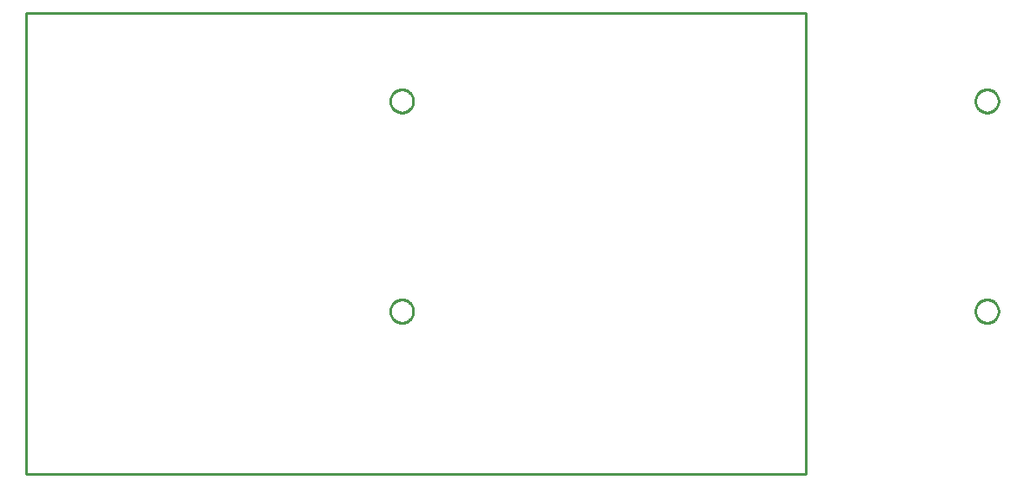
<source format=gbr>
G04 EAGLE Gerber RS-274X export*
G75*
%MOMM*%
%FSLAX34Y34*%
%LPD*%
%IN*%
%IPPOS*%
%AMOC8*
5,1,8,0,0,1.08239X$1,22.5*%
G01*
%ADD10C,0.254000*%


D10*
X51210Y73660D02*
X811210Y73660D01*
X811270Y523730D01*
X51270Y523730D01*
X51210Y73660D01*
X976250Y437942D02*
X976319Y438823D01*
X976458Y439696D01*
X976664Y440556D01*
X976937Y441397D01*
X977276Y442214D01*
X977677Y443001D01*
X978139Y443755D01*
X978658Y444470D01*
X979233Y445142D01*
X979858Y445768D01*
X980530Y446342D01*
X981245Y446861D01*
X981999Y447323D01*
X982786Y447725D01*
X983603Y448063D01*
X984444Y448336D01*
X985304Y448542D01*
X986177Y448681D01*
X987058Y448750D01*
X987942Y448750D01*
X988823Y448681D01*
X989696Y448542D01*
X990556Y448336D01*
X991397Y448063D01*
X992214Y447725D01*
X993001Y447323D01*
X993755Y446861D01*
X994470Y446342D01*
X995142Y445768D01*
X995768Y445142D01*
X996342Y444470D01*
X996861Y443755D01*
X997323Y443001D01*
X997725Y442214D01*
X998063Y441397D01*
X998336Y440556D01*
X998542Y439696D01*
X998681Y438823D01*
X998750Y437942D01*
X998750Y437058D01*
X998681Y436177D01*
X998542Y435304D01*
X998336Y434444D01*
X998063Y433603D01*
X997725Y432786D01*
X997323Y431999D01*
X996861Y431245D01*
X996342Y430530D01*
X995768Y429858D01*
X995142Y429233D01*
X994470Y428658D01*
X993755Y428139D01*
X993001Y427677D01*
X992214Y427276D01*
X991397Y426937D01*
X990556Y426664D01*
X989696Y426458D01*
X988823Y426319D01*
X987942Y426250D01*
X987058Y426250D01*
X986177Y426319D01*
X985304Y426458D01*
X984444Y426664D01*
X983603Y426937D01*
X982786Y427276D01*
X981999Y427677D01*
X981245Y428139D01*
X980530Y428658D01*
X979858Y429233D01*
X979233Y429858D01*
X978658Y430530D01*
X978139Y431245D01*
X977677Y431999D01*
X977276Y432786D01*
X976937Y433603D01*
X976664Y434444D01*
X976458Y435304D01*
X976319Y436177D01*
X976250Y437058D01*
X976250Y437942D01*
X976250Y232942D02*
X976319Y233823D01*
X976458Y234696D01*
X976664Y235556D01*
X976937Y236397D01*
X977276Y237214D01*
X977677Y238001D01*
X978139Y238755D01*
X978658Y239470D01*
X979233Y240142D01*
X979858Y240768D01*
X980530Y241342D01*
X981245Y241861D01*
X981999Y242323D01*
X982786Y242725D01*
X983603Y243063D01*
X984444Y243336D01*
X985304Y243542D01*
X986177Y243681D01*
X987058Y243750D01*
X987942Y243750D01*
X988823Y243681D01*
X989696Y243542D01*
X990556Y243336D01*
X991397Y243063D01*
X992214Y242725D01*
X993001Y242323D01*
X993755Y241861D01*
X994470Y241342D01*
X995142Y240768D01*
X995768Y240142D01*
X996342Y239470D01*
X996861Y238755D01*
X997323Y238001D01*
X997725Y237214D01*
X998063Y236397D01*
X998336Y235556D01*
X998542Y234696D01*
X998681Y233823D01*
X998750Y232942D01*
X998750Y232058D01*
X998681Y231177D01*
X998542Y230304D01*
X998336Y229444D01*
X998063Y228603D01*
X997725Y227786D01*
X997323Y226999D01*
X996861Y226245D01*
X996342Y225530D01*
X995768Y224858D01*
X995142Y224233D01*
X994470Y223658D01*
X993755Y223139D01*
X993001Y222677D01*
X992214Y222276D01*
X991397Y221937D01*
X990556Y221664D01*
X989696Y221458D01*
X988823Y221319D01*
X987942Y221250D01*
X987058Y221250D01*
X986177Y221319D01*
X985304Y221458D01*
X984444Y221664D01*
X983603Y221937D01*
X982786Y222276D01*
X981999Y222677D01*
X981245Y223139D01*
X980530Y223658D01*
X979858Y224233D01*
X979233Y224858D01*
X978658Y225530D01*
X978139Y226245D01*
X977677Y226999D01*
X977276Y227786D01*
X976937Y228603D01*
X976664Y229444D01*
X976458Y230304D01*
X976319Y231177D01*
X976250Y232058D01*
X976250Y232942D01*
X406250Y232942D02*
X406319Y233823D01*
X406458Y234696D01*
X406664Y235556D01*
X406937Y236397D01*
X407276Y237214D01*
X407677Y238001D01*
X408139Y238755D01*
X408658Y239470D01*
X409233Y240142D01*
X409858Y240768D01*
X410530Y241342D01*
X411245Y241861D01*
X411999Y242323D01*
X412786Y242725D01*
X413603Y243063D01*
X414444Y243336D01*
X415304Y243542D01*
X416177Y243681D01*
X417058Y243750D01*
X417942Y243750D01*
X418823Y243681D01*
X419696Y243542D01*
X420556Y243336D01*
X421397Y243063D01*
X422214Y242725D01*
X423001Y242323D01*
X423755Y241861D01*
X424470Y241342D01*
X425142Y240768D01*
X425768Y240142D01*
X426342Y239470D01*
X426861Y238755D01*
X427323Y238001D01*
X427725Y237214D01*
X428063Y236397D01*
X428336Y235556D01*
X428542Y234696D01*
X428681Y233823D01*
X428750Y232942D01*
X428750Y232058D01*
X428681Y231177D01*
X428542Y230304D01*
X428336Y229444D01*
X428063Y228603D01*
X427725Y227786D01*
X427323Y226999D01*
X426861Y226245D01*
X426342Y225530D01*
X425768Y224858D01*
X425142Y224233D01*
X424470Y223658D01*
X423755Y223139D01*
X423001Y222677D01*
X422214Y222276D01*
X421397Y221937D01*
X420556Y221664D01*
X419696Y221458D01*
X418823Y221319D01*
X417942Y221250D01*
X417058Y221250D01*
X416177Y221319D01*
X415304Y221458D01*
X414444Y221664D01*
X413603Y221937D01*
X412786Y222276D01*
X411999Y222677D01*
X411245Y223139D01*
X410530Y223658D01*
X409858Y224233D01*
X409233Y224858D01*
X408658Y225530D01*
X408139Y226245D01*
X407677Y226999D01*
X407276Y227786D01*
X406937Y228603D01*
X406664Y229444D01*
X406458Y230304D01*
X406319Y231177D01*
X406250Y232058D01*
X406250Y232942D01*
X406250Y437942D02*
X406319Y438823D01*
X406458Y439696D01*
X406664Y440556D01*
X406937Y441397D01*
X407276Y442214D01*
X407677Y443001D01*
X408139Y443755D01*
X408658Y444470D01*
X409233Y445142D01*
X409858Y445768D01*
X410530Y446342D01*
X411245Y446861D01*
X411999Y447323D01*
X412786Y447725D01*
X413603Y448063D01*
X414444Y448336D01*
X415304Y448542D01*
X416177Y448681D01*
X417058Y448750D01*
X417942Y448750D01*
X418823Y448681D01*
X419696Y448542D01*
X420556Y448336D01*
X421397Y448063D01*
X422214Y447725D01*
X423001Y447323D01*
X423755Y446861D01*
X424470Y446342D01*
X425142Y445768D01*
X425768Y445142D01*
X426342Y444470D01*
X426861Y443755D01*
X427323Y443001D01*
X427725Y442214D01*
X428063Y441397D01*
X428336Y440556D01*
X428542Y439696D01*
X428681Y438823D01*
X428750Y437942D01*
X428750Y437058D01*
X428681Y436177D01*
X428542Y435304D01*
X428336Y434444D01*
X428063Y433603D01*
X427725Y432786D01*
X427323Y431999D01*
X426861Y431245D01*
X426342Y430530D01*
X425768Y429858D01*
X425142Y429233D01*
X424470Y428658D01*
X423755Y428139D01*
X423001Y427677D01*
X422214Y427276D01*
X421397Y426937D01*
X420556Y426664D01*
X419696Y426458D01*
X418823Y426319D01*
X417942Y426250D01*
X417058Y426250D01*
X416177Y426319D01*
X415304Y426458D01*
X414444Y426664D01*
X413603Y426937D01*
X412786Y427276D01*
X411999Y427677D01*
X411245Y428139D01*
X410530Y428658D01*
X409858Y429233D01*
X409233Y429858D01*
X408658Y430530D01*
X408139Y431245D01*
X407677Y431999D01*
X407276Y432786D01*
X406937Y433603D01*
X406664Y434444D01*
X406458Y435304D01*
X406319Y436177D01*
X406250Y437058D01*
X406250Y437942D01*
M02*

</source>
